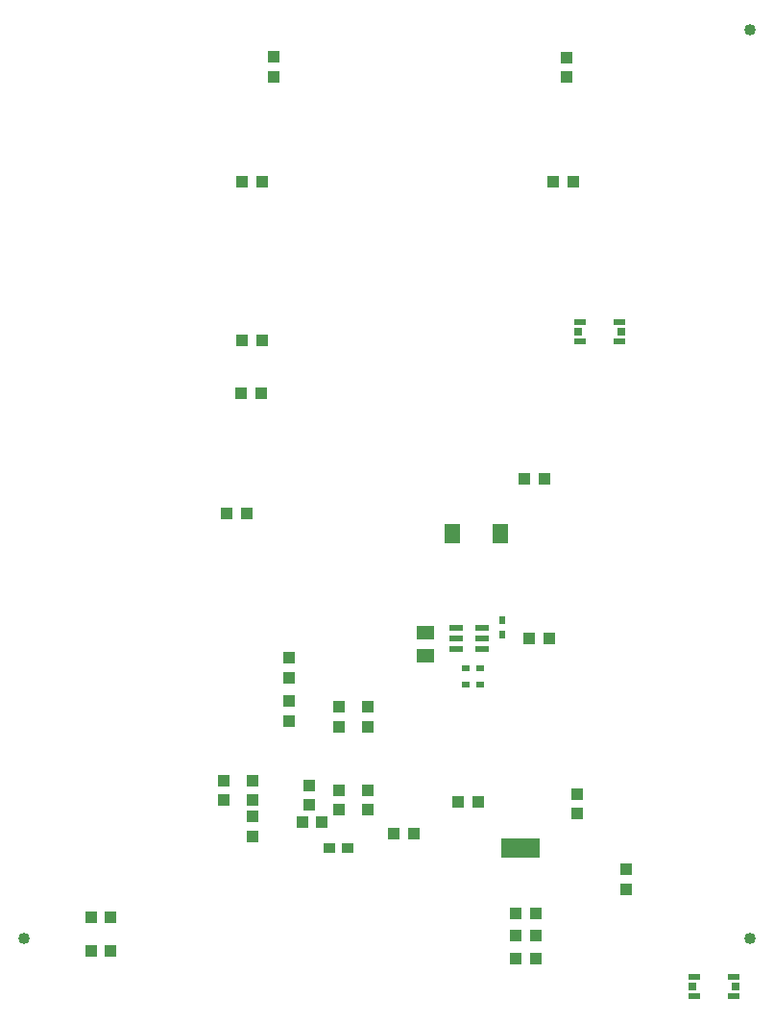
<source format=gbr>
%FSTAX24Y24*%
%MOIN*%
%IN SPASTE1.GBR *%
%ADD10C,0.0400*%
%ADD11R,0.0200X0.0250*%
%ADD12R,0.0250X0.0200*%
%ADD13R,0.0276X0.0276*%
%ADD14R,0.0394X0.0217*%
%ADD15R,0.0394X0.0354*%
%ADD16R,0.0413X0.0425*%
%ADD17R,0.0425X0.0413*%
%ADD18R,0.0472X0.0236*%
%ADD19R,0.0520X0.0661*%
%ADD20R,0.0630X0.0512*%
%ADD21R,0.1350X0.0700*%
D20*X015173Y020139D03*D18*X016233Y02032D03*D20*X015173Y019352D03*D18*
X016233Y019572D03*D17*X012173Y016904D03*Y014704D03*Y017585D03*
X013173D03*Y016904D03*Y014694D03*D12*X016573Y018363D03*Y018913D03*D15*
X01248Y012697D03*D10*X026439Y009566D03*Y041063D03*X001242Y009566D03*
D17*X008173Y014354D03*X012173Y014022D03*D16*X011585Y013597D03*
X014083Y013195D03*D17*X013173Y014013D03*D16*X008281Y024275D03*D17*
X0099Y040117D03*X020079Y040104D03*D16*X019287Y02548D03*
X016994Y014284D03*X00949Y035777D03*Y030277D03*D17*X010423Y017104D03*
D16*X018313Y010433D03*X018606Y02548D03*X019606Y035777D03*D17*
X020079Y039423D03*X0099Y039436D03*D16*X016313Y014284D03*
X008809Y035777D03*X008962Y024275D03*D17*X008173Y015035D03*
X010423Y017785D03*Y018604D03*X01115Y014867D03*Y014186D03*D15*
X01185Y012697D03*D17*X009173Y014354D03*Y013785D03*Y015035D03*D16*
X009456Y028464D03*D17*X020447Y01457D03*X022133Y011264D03*D16*
X019465Y019957D03*X004237Y009118D03*X003556D03*Y010299D03*
X018994Y009646D03*Y008858D03*D12*X017073Y018363D03*Y018913D03*D18*
X017139Y019572D03*D16*X018784Y019957D03*X004237Y010299D03*
X018313Y008858D03*Y009646D03*X018994Y010433D03*D17*X010423Y019285D03*
D16*X010904Y013597D03*D17*X009173Y013104D03*D16*X014764Y013195D03*
X020287Y035777D03*D14*X020531Y030909D03*X021909D03*D16*
X008809Y030277D03*X008775Y028464D03*D14*X024504Y007542D03*X025882D03*
D17*X022133Y011945D03*X020447Y013889D03*D13*X025941Y007877D03*
X024445D03*D18*X017139Y019946D03*D11*X017836Y020094D03*D13*
X020472Y030574D03*X021968D03*D14*X020531Y03024D03*X021909D03*
X024504Y008211D03*X025882D03*D21*X018483Y012675D03*D19*
X016091Y023572D03*X017768D03*D11*X017836Y020594D03*D18*
X017139Y02032D03*X016233Y019946D03*
M02*
</source>
